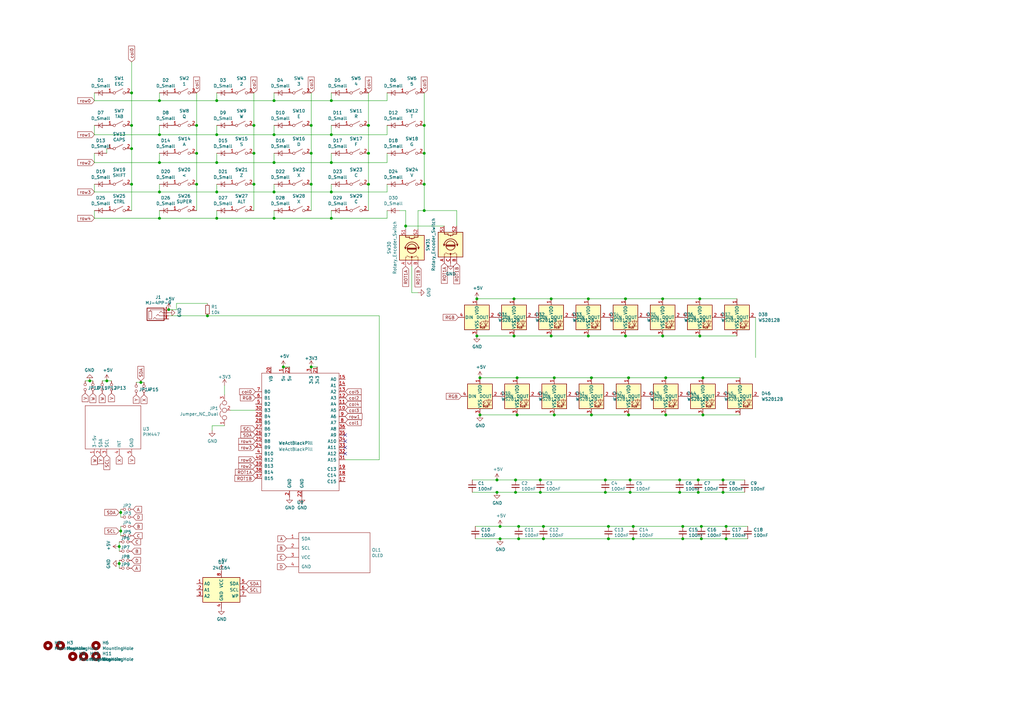
<source format=kicad_sch>
(kicad_sch (version 20210406) (generator eeschema)
  (paper "A3")
  (title_block (title "Stoutgat") (date "2020-07-26") (rev "0.2") (company "TKW"))
  (junction (at 36.83 156.21) (diameter 1.016))
  (junction (at 43.815 156.21) (diameter 1.016))
  (junction (at 48.895 224.155) (diameter 1.016))
  (junction (at 48.895 231.14) (diameter 1.016))
  (junction (at 49.53 210.185) (diameter 1.016))
  (junction (at 49.53 217.805) (diameter 1.016))
  (junction (at 53.975 38.1) (diameter 1.016))
  (junction (at 53.975 51.435) (diameter 1.016))
  (junction (at 53.975 60.96) (diameter 1.016))
  (junction (at 53.975 75.565) (diameter 1.016))
  (junction (at 57.785 156.845) (diameter 1.016))
  (junction (at 65.405 41.275) (diameter 1.016))
  (junction (at 65.405 55.245) (diameter 1.016))
  (junction (at 65.405 66.675) (diameter 1.016))
  (junction (at 65.405 78.74) (diameter 1.016))
  (junction (at 65.405 89.535) (diameter 1.016))
  (junction (at 69.215 127) (diameter 1.016))
  (junction (at 80.645 51.435) (diameter 1.016))
  (junction (at 80.645 62.865) (diameter 1.016))
  (junction (at 80.645 75.565) (diameter 1.016))
  (junction (at 85.09 129.54) (diameter 1.016))
  (junction (at 88.9 41.275) (diameter 1.016))
  (junction (at 88.9 55.245) (diameter 1.016))
  (junction (at 88.9 66.675) (diameter 1.016))
  (junction (at 88.9 78.74) (diameter 1.016))
  (junction (at 88.9 89.535) (diameter 1.016))
  (junction (at 104.14 51.435) (diameter 1.016))
  (junction (at 104.14 62.865) (diameter 1.016))
  (junction (at 104.14 75.565) (diameter 1.016))
  (junction (at 112.395 41.275) (diameter 1.016))
  (junction (at 112.395 55.245) (diameter 1.016))
  (junction (at 112.395 66.675) (diameter 1.016))
  (junction (at 112.395 78.74) (diameter 1.016))
  (junction (at 112.395 89.535) (diameter 1.016))
  (junction (at 116.205 150.495) (diameter 1.016))
  (junction (at 127.635 51.435) (diameter 1.016))
  (junction (at 127.635 62.865) (diameter 1.016))
  (junction (at 127.635 75.565) (diameter 1.016))
  (junction (at 127.635 150.495) (diameter 1.016))
  (junction (at 135.89 41.275) (diameter 1.016))
  (junction (at 135.89 55.245) (diameter 1.016))
  (junction (at 135.89 66.675) (diameter 1.016))
  (junction (at 135.89 78.74) (diameter 1.016))
  (junction (at 135.89 89.535) (diameter 1.016))
  (junction (at 151.13 51.435) (diameter 1.016))
  (junction (at 151.13 62.865) (diameter 1.016))
  (junction (at 151.13 75.565) (diameter 1.016))
  (junction (at 166.37 92.71) (diameter 1.016))
  (junction (at 173.99 51.435) (diameter 1.016))
  (junction (at 173.99 62.865) (diameter 1.016))
  (junction (at 173.99 75.565) (diameter 1.016))
  (junction (at 173.99 86.36) (diameter 1.016))
  (junction (at 195.58 122.555) (diameter 1.016))
  (junction (at 195.58 137.795) (diameter 1.016))
  (junction (at 196.85 154.94) (diameter 1.016))
  (junction (at 196.85 170.18) (diameter 1.016))
  (junction (at 203.835 196.85) (diameter 1.016))
  (junction (at 203.835 201.93) (diameter 1.016))
  (junction (at 205.105 215.9) (diameter 1.016))
  (junction (at 205.105 220.98) (diameter 1.016))
  (junction (at 210.82 122.555) (diameter 1.016))
  (junction (at 210.82 137.795) (diameter 1.016))
  (junction (at 211.455 196.85) (diameter 1.016))
  (junction (at 211.455 201.93) (diameter 1.016))
  (junction (at 212.09 154.94) (diameter 1.016))
  (junction (at 212.09 170.18) (diameter 1.016))
  (junction (at 212.725 215.9) (diameter 1.016))
  (junction (at 212.725 220.98) (diameter 1.016))
  (junction (at 221.615 196.85) (diameter 1.016))
  (junction (at 221.615 201.93) (diameter 1.016))
  (junction (at 222.885 215.9) (diameter 1.016))
  (junction (at 222.885 220.98) (diameter 1.016))
  (junction (at 226.06 122.555) (diameter 1.016))
  (junction (at 226.06 137.795) (diameter 1.016))
  (junction (at 227.33 154.94) (diameter 1.016))
  (junction (at 227.33 170.18) (diameter 1.016))
  (junction (at 241.3 122.555) (diameter 1.016))
  (junction (at 241.3 137.795) (diameter 1.016))
  (junction (at 242.57 154.94) (diameter 1.016))
  (junction (at 242.57 170.18) (diameter 1.016))
  (junction (at 248.285 196.85) (diameter 1.016))
  (junction (at 248.285 201.93) (diameter 1.016))
  (junction (at 249.555 215.9) (diameter 1.016))
  (junction (at 249.555 220.98) (diameter 1.016))
  (junction (at 256.54 122.555) (diameter 1.016))
  (junction (at 256.54 137.795) (diameter 1.016))
  (junction (at 257.81 154.94) (diameter 1.016))
  (junction (at 257.81 170.18) (diameter 1.016))
  (junction (at 258.445 196.85) (diameter 1.016))
  (junction (at 258.445 201.93) (diameter 1.016))
  (junction (at 259.715 215.9) (diameter 1.016))
  (junction (at 259.715 220.98) (diameter 1.016))
  (junction (at 271.78 122.555) (diameter 1.016))
  (junction (at 271.78 137.795) (diameter 1.016))
  (junction (at 273.05 154.94) (diameter 1.016))
  (junction (at 273.05 170.18) (diameter 1.016))
  (junction (at 278.765 196.85) (diameter 1.016))
  (junction (at 278.765 201.93) (diameter 1.016))
  (junction (at 280.035 215.9) (diameter 1.016))
  (junction (at 280.035 220.98) (diameter 1.016))
  (junction (at 286.385 196.85) (diameter 1.016))
  (junction (at 286.385 201.93) (diameter 1.016))
  (junction (at 287.02 122.555) (diameter 1.016))
  (junction (at 287.02 137.795) (diameter 1.016))
  (junction (at 287.655 215.9) (diameter 1.016))
  (junction (at 287.655 220.98) (diameter 1.016))
  (junction (at 288.29 154.94) (diameter 1.016))
  (junction (at 288.29 170.18) (diameter 1.016))
  (junction (at 296.545 196.85) (diameter 1.016))
  (junction (at 296.545 201.93) (diameter 1.016))
  (junction (at 297.815 215.9) (diameter 1.016))
  (junction (at 297.815 220.98) (diameter 1.016))
  (no_connect (at 141.605 178.435))
  (no_connect (at 141.605 180.975))
  (no_connect (at 141.605 183.515))
  (no_connect (at 141.605 186.055))
  (wire (pts (xy 36.83 156.21) (xy 34.925 156.21)))
  (wire (pts (xy 38.1 156.21) (xy 36.83 156.21)))
  (wire (pts (xy 38.735 41.275) (xy 38.735 38.1)))
  (wire (pts (xy 38.735 51.435) (xy 38.735 55.245)))
  (wire (pts (xy 38.735 55.245) (xy 65.405 55.245)))
  (wire (pts (xy 38.735 66.675) (xy 38.735 62.865)))
  (wire (pts (xy 38.735 75.565) (xy 38.735 78.74)))
  (wire (pts (xy 38.735 78.74) (xy 65.405 78.74)))
  (wire (pts (xy 38.735 89.535) (xy 38.735 86.36)))
  (wire (pts (xy 43.815 60.96) (xy 43.815 62.865)))
  (wire (pts (xy 43.815 156.21) (xy 41.91 156.21)))
  (wire (pts (xy 45.72 156.21) (xy 43.815 156.21)))
  (wire (pts (xy 48.895 210.185) (xy 49.53 210.185)))
  (wire (pts (xy 48.895 217.805) (xy 49.53 217.805)))
  (wire (pts (xy 48.895 222.25) (xy 48.895 224.155)))
  (wire (pts (xy 48.895 224.155) (xy 48.895 226.06)))
  (wire (pts (xy 48.895 229.87) (xy 48.895 231.14)))
  (wire (pts (xy 48.895 231.14) (xy 48.895 233.045)))
  (wire (pts (xy 49.53 208.915) (xy 49.53 210.185)))
  (wire (pts (xy 49.53 210.185) (xy 49.53 212.09)))
  (wire (pts (xy 49.53 215.9) (xy 49.53 217.805)))
  (wire (pts (xy 49.53 217.805) (xy 49.53 219.71)))
  (wire (pts (xy 53.975 25.4) (xy 53.975 38.1)))
  (wire (pts (xy 53.975 51.435) (xy 53.975 38.1)))
  (wire (pts (xy 53.975 60.96) (xy 53.975 51.435)))
  (wire (pts (xy 53.975 60.96) (xy 53.975 75.565)))
  (wire (pts (xy 53.975 75.565) (xy 53.975 86.36)))
  (wire (pts (xy 57.785 156.21) (xy 57.785 156.845)))
  (wire (pts (xy 57.785 156.845) (xy 55.88 156.845)))
  (wire (pts (xy 59.055 156.845) (xy 57.785 156.845)))
  (wire (pts (xy 65.405 38.1) (xy 65.405 41.275)))
  (wire (pts (xy 65.405 41.275) (xy 38.735 41.275)))
  (wire (pts (xy 65.405 51.435) (xy 65.405 55.245)))
  (wire (pts (xy 65.405 55.245) (xy 88.9 55.245)))
  (wire (pts (xy 65.405 62.865) (xy 65.405 66.675)))
  (wire (pts (xy 65.405 66.675) (xy 38.735 66.675)))
  (wire (pts (xy 65.405 75.565) (xy 65.405 78.74)))
  (wire (pts (xy 65.405 78.74) (xy 88.9 78.74)))
  (wire (pts (xy 65.405 86.36) (xy 65.405 89.535)))
  (wire (pts (xy 65.405 89.535) (xy 38.735 89.535)))
  (wire (pts (xy 69.215 127) (xy 72.39 127)))
  (wire (pts (xy 69.215 129.54) (xy 85.09 129.54)))
  (wire (pts (xy 72.39 124.46) (xy 85.09 124.46)))
  (wire (pts (xy 72.39 127) (xy 72.39 124.46)))
  (wire (pts (xy 80.645 51.435) (xy 80.645 38.1)))
  (wire (pts (xy 80.645 62.865) (xy 80.645 51.435)))
  (wire (pts (xy 80.645 75.565) (xy 80.645 62.865)))
  (wire (pts (xy 80.645 86.36) (xy 80.645 75.565)))
  (wire (pts (xy 85.09 129.54) (xy 155.575 129.54)))
  (wire (pts (xy 86.995 174.625) (xy 86.995 176.53)))
  (wire (pts (xy 88.9 38.1) (xy 88.9 41.275)))
  (wire (pts (xy 88.9 41.275) (xy 65.405 41.275)))
  (wire (pts (xy 88.9 51.435) (xy 88.9 55.245)))
  (wire (pts (xy 88.9 55.245) (xy 112.395 55.245)))
  (wire (pts (xy 88.9 62.865) (xy 88.9 66.675)))
  (wire (pts (xy 88.9 66.675) (xy 65.405 66.675)))
  (wire (pts (xy 88.9 75.565) (xy 88.9 78.74)))
  (wire (pts (xy 88.9 78.74) (xy 112.395 78.74)))
  (wire (pts (xy 88.9 86.36) (xy 88.9 89.535)))
  (wire (pts (xy 88.9 89.535) (xy 65.405 89.535)))
  (wire (pts (xy 88.9 89.535) (xy 112.395 89.535)))
  (wire (pts (xy 92.075 158.115) (xy 92.075 161.925)))
  (wire (pts (xy 92.075 174.625) (xy 86.995 174.625)))
  (wire (pts (xy 94.615 168.275) (xy 104.775 168.275)))
  (wire (pts (xy 104.14 51.435) (xy 104.14 38.1)))
  (wire (pts (xy 104.14 62.865) (xy 104.14 51.435)))
  (wire (pts (xy 104.14 75.565) (xy 104.14 62.865)))
  (wire (pts (xy 104.14 86.36) (xy 104.14 75.565)))
  (wire (pts (xy 112.395 38.1) (xy 112.395 41.275)))
  (wire (pts (xy 112.395 41.275) (xy 88.9 41.275)))
  (wire (pts (xy 112.395 51.435) (xy 112.395 55.245)))
  (wire (pts (xy 112.395 55.245) (xy 135.89 55.245)))
  (wire (pts (xy 112.395 62.865) (xy 112.395 66.675)))
  (wire (pts (xy 112.395 66.675) (xy 88.9 66.675)))
  (wire (pts (xy 112.395 75.565) (xy 112.395 78.74)))
  (wire (pts (xy 112.395 78.74) (xy 135.89 78.74)))
  (wire (pts (xy 112.395 86.36) (xy 112.395 89.535)))
  (wire (pts (xy 112.395 89.535) (xy 135.89 89.535)))
  (wire (pts (xy 116.205 150.495) (xy 118.745 150.495)))
  (wire (pts (xy 127.635 38.1) (xy 127.635 51.435)))
  (wire (pts (xy 127.635 51.435) (xy 127.635 62.865)))
  (wire (pts (xy 127.635 62.865) (xy 127.635 75.565)))
  (wire (pts (xy 127.635 75.565) (xy 127.635 86.36)))
  (wire (pts (xy 127.635 150.495) (xy 130.175 150.495)))
  (wire (pts (xy 135.89 38.1) (xy 135.89 41.275)))
  (wire (pts (xy 135.89 41.275) (xy 112.395 41.275)))
  (wire (pts (xy 135.89 51.435) (xy 135.89 55.245)))
  (wire (pts (xy 135.89 55.245) (xy 158.75 55.245)))
  (wire (pts (xy 135.89 62.865) (xy 135.89 66.675)))
  (wire (pts (xy 135.89 66.675) (xy 112.395 66.675)))
  (wire (pts (xy 135.89 75.565) (xy 135.89 78.74)))
  (wire (pts (xy 135.89 78.74) (xy 158.75 78.74)))
  (wire (pts (xy 135.89 86.36) (xy 135.89 89.535)))
  (wire (pts (xy 135.89 89.535) (xy 158.75 89.535)))
  (wire (pts (xy 151.13 51.435) (xy 151.13 38.1)))
  (wire (pts (xy 151.13 62.865) (xy 151.13 51.435)))
  (wire (pts (xy 151.13 75.565) (xy 151.13 62.865)))
  (wire (pts (xy 151.13 75.565) (xy 151.13 86.36)))
  (wire (pts (xy 155.575 129.54) (xy 155.575 188.595)))
  (wire (pts (xy 155.575 188.595) (xy 141.605 188.595)))
  (wire (pts (xy 158.75 38.1) (xy 158.75 41.275)))
  (wire (pts (xy 158.75 41.275) (xy 135.89 41.275)))
  (wire (pts (xy 158.75 51.435) (xy 158.75 55.245)))
  (wire (pts (xy 158.75 62.865) (xy 158.75 66.675)))
  (wire (pts (xy 158.75 66.675) (xy 135.89 66.675)))
  (wire (pts (xy 158.75 75.565) (xy 158.75 78.74)))
  (wire (pts (xy 158.75 89.535) (xy 158.75 86.36)))
  (wire (pts (xy 166.37 86.36) (xy 163.83 86.36)))
  (wire (pts (xy 166.37 92.71) (xy 166.37 86.36)))
  (wire (pts (xy 166.37 92.71) (xy 182.245 92.71)))
  (wire (pts (xy 166.37 93.98) (xy 166.37 92.71)))
  (wire (pts (xy 168.91 109.22) (xy 168.91 120.015)))
  (wire (pts (xy 168.91 120.015) (xy 171.45 120.015)))
  (wire (pts (xy 171.45 86.36) (xy 173.99 86.36)))
  (wire (pts (xy 171.45 93.98) (xy 171.45 86.36)))
  (wire (pts (xy 173.99 38.1) (xy 173.99 51.435)))
  (wire (pts (xy 173.99 51.435) (xy 173.99 62.865)))
  (wire (pts (xy 173.99 62.865) (xy 173.99 75.565)))
  (wire (pts (xy 173.99 75.565) (xy 173.99 86.36)))
  (wire (pts (xy 187.325 86.36) (xy 173.99 86.36)))
  (wire (pts (xy 187.325 92.71) (xy 187.325 86.36)))
  (wire (pts (xy 193.675 196.85) (xy 203.835 196.85)))
  (wire (pts (xy 194.945 215.9) (xy 205.105 215.9)))
  (wire (pts (xy 195.58 122.555) (xy 210.82 122.555)))
  (wire (pts (xy 196.85 154.94) (xy 212.09 154.94)))
  (wire (pts (xy 203.835 196.85) (xy 211.455 196.85)))
  (wire (pts (xy 203.835 201.93) (xy 193.675 201.93)))
  (wire (pts (xy 205.105 215.9) (xy 212.725 215.9)))
  (wire (pts (xy 205.105 220.98) (xy 194.945 220.98)))
  (wire (pts (xy 210.82 122.555) (xy 226.06 122.555)))
  (wire (pts (xy 210.82 137.795) (xy 195.58 137.795)))
  (wire (pts (xy 211.455 196.85) (xy 221.615 196.85)))
  (wire (pts (xy 211.455 201.93) (xy 203.835 201.93)))
  (wire (pts (xy 212.09 154.94) (xy 227.33 154.94)))
  (wire (pts (xy 212.09 170.18) (xy 196.85 170.18)))
  (wire (pts (xy 212.725 215.9) (xy 222.885 215.9)))
  (wire (pts (xy 212.725 220.98) (xy 205.105 220.98)))
  (wire (pts (xy 221.615 196.85) (xy 248.285 196.85)))
  (wire (pts (xy 221.615 201.93) (xy 211.455 201.93)))
  (wire (pts (xy 221.615 201.93) (xy 248.285 201.93)))
  (wire (pts (xy 222.885 215.9) (xy 249.555 215.9)))
  (wire (pts (xy 222.885 220.98) (xy 212.725 220.98)))
  (wire (pts (xy 222.885 220.98) (xy 249.555 220.98)))
  (wire (pts (xy 226.06 122.555) (xy 241.3 122.555)))
  (wire (pts (xy 226.06 137.795) (xy 210.82 137.795)))
  (wire (pts (xy 227.33 154.94) (xy 242.57 154.94)))
  (wire (pts (xy 227.33 170.18) (xy 212.09 170.18)))
  (wire (pts (xy 241.3 122.555) (xy 256.54 122.555)))
  (wire (pts (xy 241.3 137.795) (xy 226.06 137.795)))
  (wire (pts (xy 242.57 154.94) (xy 257.81 154.94)))
  (wire (pts (xy 242.57 170.18) (xy 227.33 170.18)))
  (wire (pts (xy 248.285 196.85) (xy 258.445 196.85)))
  (wire (pts (xy 249.555 215.9) (xy 259.715 215.9)))
  (wire (pts (xy 256.54 122.555) (xy 271.78 122.555)))
  (wire (pts (xy 256.54 137.795) (xy 241.3 137.795)))
  (wire (pts (xy 257.81 154.94) (xy 273.05 154.94)))
  (wire (pts (xy 257.81 170.18) (xy 242.57 170.18)))
  (wire (pts (xy 258.445 196.85) (xy 278.765 196.85)))
  (wire (pts (xy 258.445 201.93) (xy 248.285 201.93)))
  (wire (pts (xy 258.445 201.93) (xy 278.765 201.93)))
  (wire (pts (xy 259.715 215.9) (xy 280.035 215.9)))
  (wire (pts (xy 259.715 220.98) (xy 249.555 220.98)))
  (wire (pts (xy 259.715 220.98) (xy 280.035 220.98)))
  (wire (pts (xy 271.78 122.555) (xy 287.02 122.555)))
  (wire (pts (xy 271.78 137.795) (xy 256.54 137.795)))
  (wire (pts (xy 273.05 154.94) (xy 288.29 154.94)))
  (wire (pts (xy 273.05 170.18) (xy 257.81 170.18)))
  (wire (pts (xy 278.765 196.85) (xy 286.385 196.85)))
  (wire (pts (xy 280.035 215.9) (xy 287.655 215.9)))
  (wire (pts (xy 286.385 196.85) (xy 296.545 196.85)))
  (wire (pts (xy 286.385 201.93) (xy 278.765 201.93)))
  (wire (pts (xy 287.02 122.555) (xy 302.26 122.555)))
  (wire (pts (xy 287.02 137.795) (xy 271.78 137.795)))
  (wire (pts (xy 287.655 215.9) (xy 297.815 215.9)))
  (wire (pts (xy 287.655 220.98) (xy 280.035 220.98)))
  (wire (pts (xy 288.29 154.94) (xy 303.53 154.94)))
  (wire (pts (xy 288.29 170.18) (xy 273.05 170.18)))
  (wire (pts (xy 296.545 196.85) (xy 305.435 196.85)))
  (wire (pts (xy 296.545 201.93) (xy 286.385 201.93)))
  (wire (pts (xy 297.815 215.9) (xy 306.705 215.9)))
  (wire (pts (xy 297.815 220.98) (xy 287.655 220.98)))
  (wire (pts (xy 302.26 137.795) (xy 287.02 137.795)))
  (wire (pts (xy 303.53 170.18) (xy 288.29 170.18)))
  (wire (pts (xy 305.435 201.93) (xy 296.545 201.93)))
  (wire (pts (xy 306.705 220.98) (xy 297.815 220.98)))
  (wire (pts (xy 309.88 146.685) (xy 309.88 130.175)))
  (global_label "V" (shape input) (at 34.925 161.29 270) (property "Intersheet References" "${INTERSHEET_REFS}" (effects hide)))
  (global_label "W" (shape input) (at 38.1 161.29 270) (property "Intersheet References" "${INTERSHEET_REFS}" (effects hide)))
  (global_label "row0" (shape input) (at 38.735 41.275 180) (property "Intersheet References" "${INTERSHEET_REFS}" (effects hide)))
  (global_label "row1" (shape input) (at 38.735 55.245 180) (property "Intersheet References" "${INTERSHEET_REFS}" (effects hide)))
  (global_label "row2" (shape input) (at 38.735 66.675 180) (property "Intersheet References" "${INTERSHEET_REFS}" (effects hide)))
  (global_label "row3" (shape input) (at 38.735 78.74 180) (property "Intersheet References" "${INTERSHEET_REFS}" (effects hide)))
  (global_label "row4" (shape input) (at 38.735 89.535 180) (property "Intersheet References" "${INTERSHEET_REFS}" (effects hide)))
  (global_label "W" (shape input) (at 38.735 186.69 270) (property "Intersheet References" "${INTERSHEET_REFS}" (effects hide)))
  (global_label "Y" (shape input) (at 41.275 186.69 270) (property "Intersheet References" "${INTERSHEET_REFS}" (effects hide)))
  (global_label "W" (shape input) (at 41.91 161.29 270) (property "Intersheet References" "${INTERSHEET_REFS}" (effects hide)))
  (global_label "SCL" (shape input) (at 43.815 186.69 270) (property "Intersheet References" "${INTERSHEET_REFS}" (effects hide)))
  (global_label "V" (shape input) (at 45.72 161.29 270) (property "Intersheet References" "${INTERSHEET_REFS}" (effects hide)))
  (global_label "X" (shape input) (at 48.895 186.69 270) (property "Intersheet References" "${INTERSHEET_REFS}" (effects hide)))
  (global_label "SDA" (shape input) (at 48.895 210.185 180) (property "Intersheet References" "${INTERSHEET_REFS}" (effects hide)))
  (global_label "SCL" (shape input) (at 48.895 217.805 180) (property "Intersheet References" "${INTERSHEET_REFS}" (effects hide)))
  (global_label "col0" (shape input) (at 53.975 25.4 90) (property "Intersheet References" "${INTERSHEET_REFS}" (effects hide)))
  (global_label "V" (shape input) (at 53.975 186.69 270) (property "Intersheet References" "${INTERSHEET_REFS}" (effects hide)))
  (global_label "C" (shape input) (at 53.975 222.25 0) (property "Intersheet References" "${INTERSHEET_REFS}" (effects hide)))
  (global_label "B" (shape input) (at 53.975 226.06 0) (property "Intersheet References" "${INTERSHEET_REFS}" (effects hide)))
  (global_label "D" (shape input) (at 53.975 229.87 0) (property "Intersheet References" "${INTERSHEET_REFS}" (effects hide)))
  (global_label "A" (shape input) (at 53.975 233.045 0) (property "Intersheet References" "${INTERSHEET_REFS}" (effects hide)))
  (global_label "A" (shape input) (at 54.61 208.915 0) (property "Intersheet References" "${INTERSHEET_REFS}" (effects hide)))
  (global_label "D" (shape input) (at 54.61 212.09 0) (property "Intersheet References" "${INTERSHEET_REFS}" (effects hide)))
  (global_label "B" (shape input) (at 54.61 215.9 0) (property "Intersheet References" "${INTERSHEET_REFS}" (effects hide)))
  (global_label "C" (shape input) (at 54.61 219.71 0) (property "Intersheet References" "${INTERSHEET_REFS}" (effects hide)))
  (global_label "Y" (shape input) (at 55.88 161.925 270) (property "Intersheet References" "${INTERSHEET_REFS}" (effects hide)))
  (global_label "SDA" (shape input) (at 57.785 156.21 90) (property "Intersheet References" "${INTERSHEET_REFS}" (effects hide)))
  (global_label "X" (shape input) (at 59.055 161.925 270) (property "Intersheet References" "${INTERSHEET_REFS}" (effects hide)))
  (global_label "col1" (shape input) (at 80.645 38.1 90) (property "Intersheet References" "${INTERSHEET_REFS}" (effects hide)))
  (global_label "SDA" (shape input) (at 100.965 239.395 0) (property "Intersheet References" "${INTERSHEET_REFS}" (effects hide)))
  (global_label "SCL" (shape input) (at 100.965 241.935 0) (property "Intersheet References" "${INTERSHEET_REFS}" (effects hide)))
  (global_label "col2" (shape input) (at 104.14 38.1 90) (property "Intersheet References" "${INTERSHEET_REFS}" (effects hide)))
  (global_label "col0" (shape input) (at 104.775 160.655 180) (property "Intersheet References" "${INTERSHEET_REFS}" (effects hide)))
  (global_label "RGB" (shape input) (at 104.775 163.195 180) (property "Intersheet References" "${INTERSHEET_REFS}" (effects hide)))
  (global_label "SCL" (shape input) (at 104.775 175.895 180) (property "Intersheet References" "${INTERSHEET_REFS}" (effects hide)))
  (global_label "SDA" (shape input) (at 104.775 178.435 180) (property "Intersheet References" "${INTERSHEET_REFS}" (effects hide)))
  (global_label "row4" (shape input) (at 104.775 180.975 180) (property "Intersheet References" "${INTERSHEET_REFS}" (effects hide)))
  (global_label "row3" (shape input) (at 104.775 183.515 180) (property "Intersheet References" "${INTERSHEET_REFS}" (effects hide)))
  (global_label "row0" (shape input) (at 104.775 188.595 180) (property "Intersheet References" "${INTERSHEET_REFS}" (effects hide)))
  (global_label "row2" (shape input) (at 104.775 191.135 180) (property "Intersheet References" "${INTERSHEET_REFS}" (effects hide)))
  (global_label "ROT1A" (shape input) (at 104.775 193.675 180) (property "Intersheet References" "${INTERSHEET_REFS}" (effects hide)))
  (global_label "ROT1B" (shape input) (at 104.775 196.215 180) (property "Intersheet References" "${INTERSHEET_REFS}" (effects hide)))
  (global_label "A" (shape input) (at 117.475 220.98 180) (property "Intersheet References" "${INTERSHEET_REFS}" (effects hide)))
  (global_label "B" (shape input) (at 117.475 224.79 180) (property "Intersheet References" "${INTERSHEET_REFS}" (effects hide)))
  (global_label "C" (shape input) (at 117.475 228.6 180) (property "Intersheet References" "${INTERSHEET_REFS}" (effects hide)))
  (global_label "D" (shape input) (at 117.475 232.41 180) (property "Intersheet References" "${INTERSHEET_REFS}" (effects hide)))
  (global_label "col3" (shape input) (at 127.635 38.1 90) (property "Intersheet References" "${INTERSHEET_REFS}" (effects hide)))
  (global_label "col5" (shape input) (at 141.605 160.655 0) (property "Intersheet References" "${INTERSHEET_REFS}" (effects hide)))
  (global_label "col2" (shape input) (at 141.605 163.195 0) (property "Intersheet References" "${INTERSHEET_REFS}" (effects hide)))
  (global_label "col4" (shape input) (at 141.605 165.735 0) (property "Intersheet References" "${INTERSHEET_REFS}" (effects hide)))
  (global_label "col3" (shape input) (at 141.605 168.275 0) (property "Intersheet References" "${INTERSHEET_REFS}" (effects hide)))
  (global_label "row1" (shape input) (at 141.605 170.815 0) (property "Intersheet References" "${INTERSHEET_REFS}" (effects hide)))
  (global_label "col1" (shape input) (at 141.605 173.355 0) (property "Intersheet References" "${INTERSHEET_REFS}" (effects hide)))
  (global_label "col4" (shape input) (at 151.13 38.1 90) (property "Intersheet References" "${INTERSHEET_REFS}" (effects hide)))
  (global_label "ROT1A" (shape input) (at 166.37 109.22 270) (property "Intersheet References" "${INTERSHEET_REFS}" (effects hide)))
  (global_label "ROT1B" (shape input) (at 171.45 109.22 270) (property "Intersheet References" "${INTERSHEET_REFS}" (effects hide)))
  (global_label "col5" (shape input) (at 173.99 38.1 90) (property "Intersheet References" "${INTERSHEET_REFS}" (effects hide)))
  (global_label "ROT1A" (shape input) (at 182.245 107.95 270) (property "Intersheet References" "${INTERSHEET_REFS}" (effects hide)))
  (global_label "ROT1B" (shape input) (at 187.325 107.95 270) (property "Intersheet References" "${INTERSHEET_REFS}" (effects hide)))
  (global_label "RGB" (shape input) (at 187.96 130.175 180) (property "Intersheet References" "${INTERSHEET_REFS}" (effects hide)))
  (global_label "RGB" (shape input) (at 189.23 162.56 180) (property "Intersheet References" "${INTERSHEET_REFS}" (effects hide)))
  (symbol (lib_id "power:+5V") (at 43.815 156.21 0) (unit 1)
    (property "Reference" "#PWR0109" (effects hide))
    (property "Value" "+5V" (at 44.196 151.8158 0))
  )
  (symbol (lib_id "power:+5V") (at 48.895 224.155 90) (unit 1)
    (property "Reference" "#PWR0101" (effects hide))
    (property "Value" "+5V" (at 44.5008 223.774 0))
  )
  (symbol (lib_id "power:+5V") (at 69.215 127 0) (unit 1)
    (property "Reference" "#PWR0103" (effects hide))
    (property "Value" "+5V" (at 69.596 122.6058 0))
  )
  (symbol (lib_id "power:+5V") (at 90.805 234.315 0) (unit 1)
    (property "Reference" "#PWR0107" (effects hide))
    (property "Value" "+5V" (at 91.186 229.9208 0))
  )
  (symbol (lib_id "power:+3V3") (at 92.075 158.115 0) (unit 1)
    (property "Reference" "#PWR010" (effects hide))
    (property "Value" "+3V3" (at 92.075 154.5676 0))
  )
  (symbol (lib_id "power:+5V") (at 116.205 150.495 0) (unit 1)
    (property "Reference" "#PWR04" (effects hide))
    (property "Value" "+5V" (at 116.586 146.1008 0))
  )
  (symbol (lib_id "power:+3V3") (at 127.635 150.495 0) (unit 1)
    (property "Reference" "#PWR09" (effects hide))
    (property "Value" "+3V3" (at 127.635 146.9476 0))
  )
  (symbol (lib_id "power:+5V") (at 195.58 122.555 0) (unit 1)
    (property "Reference" "#PWR02" (effects hide))
    (property "Value" "+5V" (at 195.961 118.1608 0))
  )
  (symbol (lib_id "power:+5V") (at 196.85 154.94 0) (unit 1)
    (property "Reference" "#PWR0105" (effects hide))
    (property "Value" "+5V" (at 197.231 150.5458 0))
  )
  (symbol (lib_id "power:+5V") (at 203.835 196.85 0) (unit 1)
    (property "Reference" "#PWR05" (effects hide))
    (property "Value" "+5V" (at 204.216 192.4558 0))
  )
  (symbol (lib_id "power:+5V") (at 205.105 215.9 0) (unit 1)
    (property "Reference" "#PWR012" (effects hide))
    (property "Value" "+5V" (at 205.486 211.5058 0))
  )
  (symbol (lib_id "Device:Jumper_NO_Small") (at 34.925 158.75 90) (unit 1)
    (property "Reference" "JP10" (at 36.0681 159.1385 90) (effects (justify right)))
    (property "Value" "Jumper_NO_Small" (effects hide))
    (property "Footprint" "Jumper:SolderJumper-2_P1.3mm_Open_Pad1.0x1.5mm" (effects hide))
  )
  (symbol (lib_id "Device:Jumper_NO_Small") (at 38.1 158.75 90) (unit 1)
    (property "Reference" "JP11" (at 39.2431 159.1385 90) (effects (justify right)))
    (property "Value" "Jumper_NO_Small" (effects hide))
    (property "Footprint" "Jumper:SolderJumper-2_P1.3mm_Open_Pad1.0x1.5mm" (effects hide))
  )
  (symbol (lib_id "Device:Jumper_NO_Small") (at 41.91 158.75 90) (unit 1)
    (property "Reference" "JP12" (at 43.0531 159.1385 90) (effects (justify right)))
    (property "Value" "Jumper_NO_Small" (effects hide))
    (property "Footprint" "Jumper:SolderJumper-2_P1.3mm_Open_Pad1.0x1.5mm" (effects hide))
  )
  (symbol (lib_id "Device:Jumper_NO_Small") (at 45.72 158.75 90) (unit 1)
    (property "Reference" "JP13" (at 46.8631 159.1385 90) (effects (justify right)))
    (property "Value" "Jumper_NO_Small" (effects hide))
    (property "Footprint" "Jumper:SolderJumper-2_P1.3mm_Open_Pad1.0x1.5mm" (effects hide))
  )
  (symbol (lib_id "Device:Jumper_NO_Small") (at 51.435 222.25 0) (unit 1)
    (property "Reference" "JP6" (at 51.435 220.7346 0))
    (property "Value" "Jumper_NO_Small" (effects hide))
    (property "Footprint" "Jumper:SolderJumper-2_P1.3mm_Open_Pad1.0x1.5mm" (effects hide))
  )
  (symbol (lib_id "Device:Jumper_NO_Small") (at 51.435 226.06 0) (unit 1)
    (property "Reference" "JP7" (at 51.435 224.5446 0))
    (property "Value" "Jumper_NO_Small" (effects hide))
    (property "Footprint" "Jumper:SolderJumper-2_P1.3mm_Open_Pad1.0x1.5mm" (effects hide))
  )
  (symbol (lib_id "Device:Jumper_NO_Small") (at 51.435 229.87 0) (unit 1)
    (property "Reference" "JP8" (at 51.435 228.3546 0))
    (property "Value" "Jumper_NO_Small" (effects hide))
    (property "Footprint" "Jumper:SolderJumper-2_P1.3mm_Open_Pad1.0x1.5mm" (effects hide))
  )
  (symbol (lib_id "Device:Jumper_NO_Small") (at 51.435 233.045 0) (unit 1)
    (property "Reference" "JP9" (at 51.435 231.5296 0))
    (property "Value" "Jumper_NO_Small" (effects hide))
    (property "Footprint" "Jumper:SolderJumper-2_P1.3mm_Open_Pad1.0x1.5mm" (effects hide))
  )
  (symbol (lib_id "Device:Jumper_NO_Small") (at 52.07 208.915 0) (unit 1)
    (property "Reference" "JP2" (at 52.07 207.3996 0))
    (property "Value" "Jumper_NO_Small" (effects hide))
    (property "Footprint" "Jumper:SolderJumper-2_P1.3mm_Open_Pad1.0x1.5mm" (effects hide))
  )
  (symbol (lib_id "Device:Jumper_NO_Small") (at 52.07 212.09 0) (unit 1)
    (property "Reference" "JP3" (at 52.07 210.5746 0))
    (property "Value" "Jumper_NO_Small" (effects hide))
    (property "Footprint" "Jumper:SolderJumper-2_P1.3mm_Open_Pad1.0x1.5mm" (effects hide))
  )
  (symbol (lib_id "Device:Jumper_NO_Small") (at 52.07 215.9 0) (unit 1)
    (property "Reference" "JP4" (at 52.07 214.3846 0))
    (property "Value" "Jumper_NO_Small" (effects hide))
    (property "Footprint" "Jumper:SolderJumper-2_P1.3mm_Open_Pad1.0x1.5mm" (effects hide))
  )
  (symbol (lib_id "Device:Jumper_NO_Small") (at 52.07 219.71 0) (unit 1)
    (property "Reference" "JP5" (at 52.07 218.1946 0))
    (property "Value" "Jumper_NO_Small" (effects hide))
    (property "Footprint" "Jumper:SolderJumper-2_P1.3mm_Open_Pad1.0x1.5mm" (effects hide))
  )
  (symbol (lib_id "Device:Jumper_NO_Small") (at 55.88 159.385 90) (unit 1)
    (property "Reference" "JP14" (at 57.0231 159.7735 90) (effects (justify right)))
    (property "Value" "Jumper_NO_Small" (effects hide))
    (property "Footprint" "Jumper:SolderJumper-2_P1.3mm_Open_Pad1.0x1.5mm" (effects hide))
  )
  (symbol (lib_id "Device:Jumper_NO_Small") (at 59.055 159.385 90) (unit 1)
    (property "Reference" "JP15" (at 60.1981 159.7735 90) (effects (justify right)))
    (property "Value" "Jumper_NO_Small" (effects hide))
    (property "Footprint" "Jumper:SolderJumper-2_P1.3mm_Open_Pad1.0x1.5mm" (effects hide))
  )
  (symbol (lib_id "power:GND") (at 36.83 156.21 180) (unit 1)
    (property "Reference" "#PWR0110" (effects hide))
    (property "Value" "GND" (at 36.703 151.8158 0))
  )
  (symbol (lib_id "power:GND") (at 48.895 231.14 270) (unit 1)
    (property "Reference" "#PWR0102" (effects hide))
    (property "Value" "GND" (at 44.5008 231.267 0))
  )
  (symbol (lib_id "power:GND") (at 69.215 128.27 90) (unit 1)
    (property "Reference" "#PWR0104" (effects hide))
    (property "Value" "GND" (at 73.6092 128.143 0))
  )
  (symbol (lib_id "power:GND") (at 86.995 176.53 0) (unit 1)
    (property "Reference" "#PWR011" (effects hide))
    (property "Value" "GND" (at 87.122 180.9242 0))
  )
  (symbol (lib_id "power:GND") (at 90.805 249.555 0) (unit 1)
    (property "Reference" "#PWR0108" (effects hide))
    (property "Value" "GND" (at 90.932 253.9492 0))
  )
  (symbol (lib_id "power:GND") (at 118.745 203.835 0) (unit 1)
    (property "Reference" "#PWR07" (effects hide))
    (property "Value" "GND" (at 118.872 208.2292 0))
  )
  (symbol (lib_id "power:GND") (at 123.825 203.835 0) (unit 1)
    (property "Reference" "#PWR08" (effects hide))
    (property "Value" "GND" (at 123.952 208.2292 0))
  )
  (symbol (lib_id "power:GND") (at 171.45 120.015 90) (unit 1)
    (property "Reference" "#PWR01" (effects hide))
    (property "Value" "GND" (at 175.8442 119.888 0))
  )
  (symbol (lib_id "power:GND") (at 184.785 107.95 0) (unit 1)
    (property "Reference" "#PWR0111" (effects hide))
    (property "Value" "GND" (at 184.912 112.3442 0))
  )
  (symbol (lib_id "power:GND") (at 195.58 137.795 0) (unit 1)
    (property "Reference" "#PWR03" (effects hide))
    (property "Value" "GND" (at 195.707 142.1892 0))
  )
  (symbol (lib_id "power:GND") (at 196.85 170.18 0) (unit 1)
    (property "Reference" "#PWR0106" (effects hide))
    (property "Value" "GND" (at 196.977 174.5742 0))
  )
  (symbol (lib_id "power:GND") (at 203.835 201.93 0) (unit 1)
    (property "Reference" "#PWR06" (effects hide))
    (property "Value" "GND" (at 203.962 206.3242 0))
  )
  (symbol (lib_id "power:GND") (at 205.105 220.98 0) (unit 1)
    (property "Reference" "#PWR013" (effects hide))
    (property "Value" "GND" (at 205.232 225.3742 0))
  )
  (symbol (lib_id "Device:R_Small") (at 85.09 127 0) (unit 1)
    (property "Reference" "R1" (at 86.5886 125.8316 0) (effects (justify left)))
    (property "Value" "10k" (at 86.5886 128.143 0) (effects (justify left)))
    (property "Footprint" "Resistor_THT:R_Axial_DIN0204_L3.6mm_D1.6mm_P5.08mm_Horizontal" (effects hide))
  )
  (symbol (lib_id "Device:D_Small") (at 41.275 38.1 0) (unit 1)
    (property "Reference" "D1" (at 41.275 32.893 0))
    (property "Value" "D_Small" (at 41.275 35.2044 0))
    (property "Footprint" "Diode_THT:D_DO-34_SOD68_P7.62mm_Horizontal" (effects hide))
  )
  (symbol (lib_id "Device:D_Small") (at 41.275 51.435 0) (unit 1)
    (property "Reference" "D7" (at 41.275 46.228 0))
    (property "Value" "D_Small" (at 41.275 48.5394 0))
    (property "Footprint" "Diode_THT:D_DO-34_SOD68_P7.62mm_Horizontal" (effects hide))
  )
  (symbol (lib_id "Device:D_Small") (at 41.275 62.865 0) (unit 1)
    (property "Reference" "D13" (at 41.275 57.658 0))
    (property "Value" "D_Small" (at 41.275 59.9694 0))
    (property "Footprint" "Diode_THT:D_DO-34_SOD68_P7.62mm_Horizontal" (effects hide))
  )
  (symbol (lib_id "Device:D_Small") (at 41.275 75.565 0) (unit 1)
    (property "Reference" "D19" (at 41.275 70.358 0))
    (property "Value" "D_Small" (at 41.275 72.6694 0))
    (property "Footprint" "Diode_THT:D_DO-34_SOD68_P7.62mm_Horizontal" (effects hide))
  )
  (symbol (lib_id "Device:D_Small") (at 41.275 86.36 0) (unit 1)
    (property "Reference" "D25" (at 41.275 81.153 0))
    (property "Value" "D_Small" (at 41.275 83.4644 0))
    (property "Footprint" "Diode_THT:D_DO-34_SOD68_P7.62mm_Horizontal" (effects hide))
  )
  (symbol (lib_id "Device:D_Small") (at 67.945 38.1 0) (unit 1)
    (property "Reference" "D2" (at 67.945 32.893 0))
    (property "Value" "D_Small" (at 67.945 35.2044 0))
    (property "Footprint" "Diode_THT:D_DO-34_SOD68_P7.62mm_Horizontal" (effects hide))
  )
  (symbol (lib_id "Device:D_Small") (at 67.945 51.435 0) (unit 1)
    (property "Reference" "D8" (at 67.945 46.228 0))
    (property "Value" "D_Small" (at 67.945 48.5394 0))
    (property "Footprint" "Diode_THT:D_DO-34_SOD68_P7.62mm_Horizontal" (effects hide))
  )
  (symbol (lib_id "Device:D_Small") (at 67.945 62.865 0) (unit 1)
    (property "Reference" "D14" (at 67.945 57.658 0))
    (property "Value" "D_Small" (at 67.945 59.9694 0))
    (property "Footprint" "Diode_THT:D_DO-34_SOD68_P7.62mm_Horizontal" (effects hide))
  )
  (symbol (lib_id "Device:D_Small") (at 67.945 75.565 0) (unit 1)
    (property "Reference" "D20" (at 67.945 70.358 0))
    (property "Value" "D_Small" (at 67.945 72.6694 0))
    (property "Footprint" "Diode_THT:D_DO-34_SOD68_P7.62mm_Horizontal" (effects hide))
  )
  (symbol (lib_id "Device:D_Small") (at 67.945 86.36 0) (unit 1)
    (property "Reference" "D26" (at 67.945 81.153 0))
    (property "Value" "D_Small" (at 67.945 83.4644 0))
    (property "Footprint" "Diode_THT:D_DO-34_SOD68_P7.62mm_Horizontal" (effects hide))
  )
  (symbol (lib_id "Device:D_Small") (at 91.44 38.1 0) (unit 1)
    (property "Reference" "D3" (at 91.44 32.893 0))
    (property "Value" "D_Small" (at 91.44 35.2044 0))
    (property "Footprint" "Diode_THT:D_DO-34_SOD68_P7.62mm_Horizontal" (effects hide))
  )
  (symbol (lib_id "Device:D_Small") (at 91.44 51.435 0) (unit 1)
    (property "Reference" "D9" (at 91.44 46.228 0))
    (property "Value" "D_Small" (at 91.44 48.5394 0))
    (property "Footprint" "Diode_THT:D_DO-34_SOD68_P7.62mm_Horizontal" (effects hide))
  )
  (symbol (lib_id "Device:D_Small") (at 91.44 62.865 0) (unit 1)
    (property "Reference" "D15" (at 91.44 57.658 0))
    (property "Value" "D_Small" (at 91.44 59.9694 0))
    (property "Footprint" "Diode_THT:D_DO-34_SOD68_P7.62mm_Horizontal" (effects hide))
  )
  (symbol (lib_id "Device:D_Small") (at 91.44 75.565 0) (unit 1)
    (property "Reference" "D21" (at 91.44 70.358 0))
    (property "Value" "D_Small" (at 91.44 72.6694 0))
    (property "Footprint" "Diode_THT:D_DO-34_SOD68_P7.62mm_Horizontal" (effects hide))
  )
  (symbol (lib_id "Device:D_Small") (at 91.44 86.36 0) (unit 1)
    (property "Reference" "D27" (at 91.44 81.153 0))
    (property "Value" "D_Small" (at 91.44 83.4644 0))
    (property "Footprint" "Diode_THT:D_DO-34_SOD68_P7.62mm_Horizontal" (effects hide))
  )
  (symbol (lib_id "Device:D_Small") (at 114.935 38.1 0) (unit 1)
    (property "Reference" "D4" (at 114.935 32.893 0))
    (property "Value" "D_Small" (at 114.935 35.2044 0))
    (property "Footprint" "Diode_THT:D_DO-34_SOD68_P7.62mm_Horizontal" (effects hide))
  )
  (symbol (lib_id "Device:D_Small") (at 114.935 51.435 0) (unit 1)
    (property "Reference" "D10" (at 114.935 46.228 0))
    (property "Value" "D_Small" (at 114.935 48.5394 0))
    (property "Footprint" "Diode_THT:D_DO-34_SOD68_P7.62mm_Horizontal" (effects hide))
  )
  (symbol (lib_id "Device:D_Small") (at 114.935 62.865 0) (unit 1)
    (property "Reference" "D16" (at 114.935 57.658 0))
    (property "Value" "D_Small" (at 114.935 59.9694 0))
    (property "Footprint" "Diode_THT:D_DO-34_SOD68_P7.62mm_Horizontal" (effects hide))
  )
  (symbol (lib_id "Device:D_Small") (at 114.935 75.565 0) (unit 1)
    (property "Reference" "D22" (at 114.935 70.358 0))
    (property "Value" "D_Small" (at 114.935 72.6694 0))
    (property "Footprint" "Diode_THT:D_DO-34_SOD68_P7.62mm_Horizontal" (effects hide))
  )
  (symbol (lib_id "Device:D_Small") (at 114.935 86.36 0) (unit 1)
    (property "Reference" "D28" (at 114.935 81.153 0))
    (property "Value" "D_Small" (at 114.935 83.4644 0))
    (property "Footprint" "Diode_THT:D_DO-34_SOD68_P7.62mm_Horizontal" (effects hide))
  )
  (symbol (lib_id "Device:D_Small") (at 138.43 38.1 0) (unit 1)
    (property "Reference" "D5" (at 138.43 32.893 0))
    (property "Value" "D_Small" (at 138.43 35.2044 0))
    (property "Footprint" "Diode_THT:D_DO-34_SOD68_P7.62mm_Horizontal" (effects hide))
  )
  (symbol (lib_id "Device:D_Small") (at 138.43 51.435 0) (unit 1)
    (property "Reference" "D11" (at 138.43 46.228 0))
    (property "Value" "D_Small" (at 138.43 48.5394 0))
    (property "Footprint" "Diode_THT:D_DO-34_SOD68_P7.62mm_Horizontal" (effects hide))
  )
  (symbol (lib_id "Device:D_Small") (at 138.43 62.865 0) (unit 1)
    (property "Reference" "D17" (at 138.43 57.658 0))
    (property "Value" "D_Small" (at 138.43 59.9694 0))
    (property "Footprint" "Diode_THT:D_DO-34_SOD68_P7.62mm_Horizontal" (effects hide))
  )
  (symbol (lib_id "Device:D_Small") (at 138.43 75.565 0) (unit 1)
    (property "Reference" "D23" (at 138.43 70.358 0))
    (property "Value" "D_Small" (at 138.43 72.6694 0))
    (property "Footprint" "Diode_THT:D_DO-34_SOD68_P7.62mm_Horizontal" (effects hide))
  )
  (symbol (lib_id "Device:D_Small") (at 138.43 86.36 0) (unit 1)
    (property "Reference" "D29" (at 138.43 81.153 0))
    (property "Value" "D_Small" (at 138.43 83.4644 0))
    (property "Footprint" "Diode_THT:D_DO-34_SOD68_P7.62mm_Horizontal" (effects hide))
  )
  (symbol (lib_id "Device:D_Small") (at 161.29 38.1 0) (unit 1)
    (property "Reference" "D6" (at 161.29 32.893 0))
    (property "Value" "D_Small" (at 161.29 35.2044 0))
    (property "Footprint" "Diode_THT:D_DO-34_SOD68_P7.62mm_Horizontal" (effects hide))
  )
  (symbol (lib_id "Device:D_Small") (at 161.29 51.435 0) (unit 1)
    (property "Reference" "D12" (at 161.29 46.228 0))
    (property "Value" "D_Small" (at 161.29 48.5394 0))
    (property "Footprint" "Diode_THT:D_DO-34_SOD68_P7.62mm_Horizontal" (effects hide))
  )
  (symbol (lib_id "Device:D_Small") (at 161.29 62.865 0) (unit 1)
    (property "Reference" "D18" (at 161.29 57.658 0))
    (property "Value" "D_Small" (at 161.29 59.9694 0))
    (property "Footprint" "Diode_THT:D_DO-34_SOD68_P7.62mm_Horizontal" (effects hide))
  )
  (symbol (lib_id "Device:D_Small") (at 161.29 75.565 0) (unit 1)
    (property "Reference" "D24" (at 161.29 70.358 0))
    (property "Value" "D_Small" (at 161.29 72.6694 0))
    (property "Footprint" "Diode_THT:D_DO-34_SOD68_P7.62mm_Horizontal" (effects hide))
  )
  (symbol (lib_id "Device:D_Small") (at 161.29 86.36 0) (unit 1)
    (property "Reference" "D30" (at 161.29 81.153 0))
    (property "Value" "D_Small" (at 161.29 83.4644 0))
    (property "Footprint" "Diode_THT:D_DO-34_SOD68_P7.62mm_Horizontal" (effects hide))
  )
  (symbol (lib_id "Mechanical:MountingHole") (at 19.685 264.795 0) (unit 1)
    (property "Reference" "H2" (at 22.225 263.6266 0) (effects (justify left)))
    (property "Value" "MountingHole" (at 22.225 265.938 0) (effects (justify left)))
    (property "Footprint" "MountingHole:MountingHole_3.2mm_M3" (effects hide))
  )
  (symbol (lib_id "Mechanical:MountingHole") (at 24.765 264.795 0) (unit 1)
    (property "Reference" "H3" (at 27.305 263.6266 0) (effects (justify left)))
    (property "Value" "MountingHole" (at 27.305 265.938 0) (effects (justify left)))
    (property "Footprint" "MountingHole:MountingHole_3.2mm_M3" (effects hide))
  )
  (symbol (lib_id "Mechanical:MountingHole") (at 29.845 269.24 0) (unit 1)
    (property "Reference" "H9" (at 32.385 268.0716 0) (effects (justify left)))
    (property "Value" "MountingHole" (at 32.385 270.383 0) (effects (justify left)))
    (property "Footprint" "MountingHole:MountingHole_3.2mm_M3" (effects hide))
  )
  (symbol (lib_id "Mechanical:MountingHole") (at 34.29 269.24 0) (unit 1)
    (property "Reference" "H10" (at 36.83 268.0716 0) (effects (justify left)))
    (property "Value" "MountingHole" (at 36.83 270.383 0) (effects (justify left)))
    (property "Footprint" "MountingHole:MountingHole_3.2mm_M3" (effects hide))
  )
  (symbol (lib_id "Mechanical:MountingHole") (at 39.37 264.795 0) (unit 1)
    (property "Reference" "H6" (at 41.91 263.6266 0) (effects (justify left)))
    (property "Value" "MountingHole" (at 41.91 265.938 0) (effects (justify left)))
    (property "Footprint" "MountingHole:MountingHole_3.2mm_M3" (effects hide))
  )
  (symbol (lib_id "Mechanical:MountingHole") (at 39.37 269.24 0) (unit 1)
    (property "Reference" "H11" (at 41.91 268.0716 0) (effects (justify left)))
    (property "Value" "MountingHole" (at 41.91 270.383 0) (effects (justify left)))
    (property "Footprint" "MountingHole:MountingHole_3.2mm_M3" (effects hide))
  )
  (symbol (lib_id "Device:C_Small") (at 193.675 199.39 0) (unit 1)
    (property "Reference" "C1" (at 196.0118 198.2216 0) (effects (justify left)))
    (property "Value" "100nF" (at 196.0118 200.533 0) (effects (justify left)))
    (property "Footprint" "Capacitor_SMD:C_0805_2012Metric" (effects hide))
  )
  (symbol (lib_id "Device:C_Small") (at 194.945 218.44 0) (unit 1)
    (property "Reference" "C10" (at 197.2818 217.2716 0) (effects (justify left)))
    (property "Value" "100nF" (at 197.2818 219.583 0) (effects (justify left)))
    (property "Footprint" "Capacitor_SMD:C_0805_2012Metric" (effects hide))
  )
  (symbol (lib_id "Device:C_Small") (at 211.455 199.39 0) (unit 1)
    (property "Reference" "C2" (at 213.7918 198.2216 0) (effects (justify left)))
    (property "Value" "100nF" (at 213.7918 200.533 0) (effects (justify left)))
    (property "Footprint" "Capacitor_SMD:C_0805_2012Metric" (effects hide))
  )
  (symbol (lib_id "Device:C_Small") (at 212.725 218.44 0) (unit 1)
    (property "Reference" "C11" (at 215.0618 217.2716 0) (effects (justify left)))
    (property "Value" "100nF" (at 215.0618 219.583 0) (effects (justify left)))
    (property "Footprint" "Capacitor_SMD:C_0805_2012Metric" (effects hide))
  )
  (symbol (lib_id "Device:C_Small") (at 221.615 199.39 0) (unit 1)
    (property "Reference" "C3" (at 223.9518 198.2216 0) (effects (justify left)))
    (property "Value" "100nF" (at 223.9518 200.533 0) (effects (justify left)))
    (property "Footprint" "Capacitor_SMD:C_0805_2012Metric" (effects hide))
  )
  (symbol (lib_id "Device:C_Small") (at 222.885 218.44 0) (unit 1)
    (property "Reference" "C12" (at 225.2218 217.2716 0) (effects (justify left)))
    (property "Value" "100nF" (at 225.2218 219.583 0) (effects (justify left)))
    (property "Footprint" "Capacitor_SMD:C_0805_2012Metric" (effects hide))
  )
  (symbol (lib_id "Device:C_Small") (at 248.285 199.39 0) (unit 1)
    (property "Reference" "C4" (at 250.6218 198.2216 0) (effects (justify left)))
    (property "Value" "100nF" (at 250.6218 200.533 0) (effects (justify left)))
    (property "Footprint" "Capacitor_SMD:C_0805_2012Metric" (effects hide))
  )
  (symbol (lib_id "Device:C_Small") (at 249.555 218.44 0) (unit 1)
    (property "Reference" "C13" (at 251.8918 217.2716 0) (effects (justify left)))
    (property "Value" "100nF" (at 251.8918 219.583 0) (effects (justify left)))
    (property "Footprint" "Capacitor_SMD:C_0805_2012Metric" (effects hide))
  )
  (symbol (lib_id "Device:C_Small") (at 258.445 199.39 0) (unit 1)
    (property "Reference" "C5" (at 260.7818 198.2216 0) (effects (justify left)))
    (property "Value" "100nF" (at 260.7818 200.533 0) (effects (justify left)))
    (property "Footprint" "Capacitor_SMD:C_0805_2012Metric" (effects hide))
  )
  (symbol (lib_id "Device:C_Small") (at 259.715 218.44 0) (unit 1)
    (property "Reference" "C14" (at 262.0518 217.2716 0) (effects (justify left)))
    (property "Value" "100nF" (at 262.0518 219.583 0) (effects (justify left)))
    (property "Footprint" "Capacitor_SMD:C_0805_2012Metric" (effects hide))
  )
  (symbol (lib_id "Device:C_Small") (at 278.765 199.39 0) (unit 1)
    (property "Reference" "C6" (at 281.1018 198.2216 0) (effects (justify left)))
    (property "Value" "100nF" (at 281.1018 200.533 0) (effects (justify left)))
    (property "Footprint" "Capacitor_SMD:C_0805_2012Metric" (effects hide))
  )
  (symbol (lib_id "Device:C_Small") (at 280.035 218.44 0) (unit 1)
    (property "Reference" "C15" (at 282.3718 217.2716 0) (effects (justify left)))
    (property "Value" "100nF" (at 282.3718 219.583 0) (effects (justify left)))
    (property "Footprint" "Capacitor_SMD:C_0805_2012Metric" (effects hide))
  )
  (symbol (lib_id "Device:C_Small") (at 286.385 199.39 0) (unit 1)
    (property "Reference" "C7" (at 288.7218 198.2216 0) (effects (justify left)))
    (property "Value" "100nF" (at 288.7218 200.533 0) (effects (justify left)))
    (property "Footprint" "Capacitor_SMD:C_0805_2012Metric" (effects hide))
  )
  (symbol (lib_id "Device:C_Small") (at 287.655 218.44 0) (unit 1)
    (property "Reference" "C16" (at 289.9918 217.2716 0) (effects (justify left)))
    (property "Value" "100nF" (at 289.9918 219.583 0) (effects (justify left)))
    (property "Footprint" "Capacitor_SMD:C_0805_2012Metric" (effects hide))
  )
  (symbol (lib_id "Device:C_Small") (at 296.545 199.39 0) (unit 1)
    (property "Reference" "C8" (at 298.8818 198.2216 0) (effects (justify left)))
    (property "Value" "100nF" (at 298.8818 200.533 0) (effects (justify left)))
    (property "Footprint" "Capacitor_SMD:C_0805_2012Metric" (effects hide))
  )
  (symbol (lib_id "Device:C_Small") (at 297.815 218.44 0) (unit 1)
    (property "Reference" "C17" (at 300.1518 217.2716 0) (effects (justify left)))
    (property "Value" "100nF" (at 300.1518 219.583 0) (effects (justify left)))
    (property "Footprint" "Capacitor_SMD:C_0805_2012Metric" (effects hide))
  )
  (symbol (lib_id "Device:C_Small") (at 305.435 199.39 0) (unit 1)
    (property "Reference" "C9" (at 307.7718 198.2216 0) (effects (justify left)))
    (property "Value" "100nF" (at 307.7718 200.533 0) (effects (justify left)))
    (property "Footprint" "Capacitor_SMD:C_0805_2012Metric" (effects hide))
  )
  (symbol (lib_id "Device:C_Small") (at 306.705 218.44 0) (unit 1)
    (property "Reference" "C18" (at 309.0418 217.2716 0) (effects (justify left)))
    (property "Value" "100nF" (at 309.0418 219.583 0) (effects (justify left)))
    (property "Footprint" "Capacitor_SMD:C_0805_2012Metric" (effects hide))
  )
  (symbol (lib_id "Switch:SW_SPST") (at 48.895 38.1 0) (unit 1)
    (property "Reference" "SW1" (at 48.895 32.131 0))
    (property "Value" "ESC" (at 48.895 34.4424 0))
    (property "Footprint" "foostan:MX_ALPS_PG1350_noLed" (effects hide))
  )
  (symbol (lib_id "Switch:SW_SPST") (at 48.895 51.435 0) (unit 1)
    (property "Reference" "SW7" (at 48.895 45.466 0))
    (property "Value" "TAB" (at 48.895 47.7774 0))
    (property "Footprint" "foostan:MX_ALPS_PG1350_noLed" (effects hide))
  )
  (symbol (lib_id "Switch:SW_SPST") (at 48.895 60.96 0) (unit 1)
    (property "Reference" "SW13" (at 48.895 54.991 0))
    (property "Value" "CAPS" (at 48.895 57.3024 0))
    (property "Footprint" "foostan:MX_ALPS_PG1350_noLed" (effects hide))
  )
  (symbol (lib_id "Switch:SW_SPST") (at 48.895 75.565 0) (unit 1)
    (property "Reference" "SW19" (at 48.895 69.596 0))
    (property "Value" "SHIFT" (at 48.895 71.9074 0))
    (property "Footprint" "foostan:MX_ALPS_PG1350_noLed" (effects hide))
  )
  (symbol (lib_id "Switch:SW_SPST") (at 48.895 86.36 0) (unit 1)
    (property "Reference" "SW25" (at 48.895 80.391 0))
    (property "Value" "CTRL" (at 48.895 82.7024 0))
    (property "Footprint" "foostan:MX_ALPS_PG1350_noLed" (effects hide))
  )
  (symbol (lib_id "Switch:SW_SPST") (at 75.565 38.1 0) (unit 1)
    (property "Reference" "SW2" (at 75.565 32.131 0))
    (property "Value" "1" (at 75.565 34.4424 0))
    (property "Footprint" "foostan:MX_ALPS_PG1350_noLed" (effects hide))
  )
  (symbol (lib_id "Switch:SW_SPST") (at 75.565 51.435 0) (unit 1)
    (property "Reference" "SW8" (at 75.565 45.466 0))
    (property "Value" "Q" (at 75.565 47.7774 0))
    (property "Footprint" "foostan:MX_ALPS_PG1350_noLed" (effects hide))
  )
  (symbol (lib_id "Switch:SW_SPST") (at 75.565 62.865 0) (unit 1)
    (property "Reference" "SW14" (at 75.565 56.896 0))
    (property "Value" "A" (at 75.565 59.2074 0))
    (property "Footprint" "foostan:MX_ALPS_PG1350_noLed" (effects hide))
  )
  (symbol (lib_id "Switch:SW_SPST") (at 75.565 75.565 0) (unit 1)
    (property "Reference" "SW20" (at 75.565 69.596 0))
    (property "Value" "<" (at 75.565 71.9074 0))
    (property "Footprint" "foostan:MX_ALPS_PG1350_noLed" (effects hide))
  )
  (symbol (lib_id "Switch:SW_SPST") (at 75.565 86.36 0) (unit 1)
    (property "Reference" "SW26" (at 75.565 80.391 0))
    (property "Value" "SUPER" (at 75.565 82.7024 0))
    (property "Footprint" "foostan:MX_ALPS_PG1350_noLed" (effects hide))
  )
  (symbol (lib_id "Switch:SW_SPST") (at 99.06 38.1 0) (unit 1)
    (property "Reference" "SW3" (at 99.06 32.131 0))
    (property "Value" "2" (at 99.06 34.4424 0))
    (property "Footprint" "foostan:MX_ALPS_PG1350_noLed" (effects hide))
  )
  (symbol (lib_id "Switch:SW_SPST") (at 99.06 51.435 0) (unit 1)
    (property "Reference" "SW9" (at 99.06 45.466 0))
    (property "Value" "W" (at 99.06 47.7774 0))
    (property "Footprint" "foostan:MX_ALPS_PG1350_noLed" (effects hide))
  )
  (symbol (lib_id "Switch:SW_SPST") (at 99.06 62.865 0) (unit 1)
    (property "Reference" "SW15" (at 99.06 56.896 0))
    (property "Value" "S" (at 99.06 59.2074 0))
    (property "Footprint" "foostan:MX_ALPS_PG1350_noLed" (effects hide))
  )
  (symbol (lib_id "Switch:SW_SPST") (at 99.06 75.565 0) (unit 1)
    (property "Reference" "SW21" (at 99.06 69.596 0))
    (property "Value" "Z" (at 99.06 71.9074 0))
    (property "Footprint" "foostan:MX_ALPS_PG1350_noLed" (effects hide))
  )
  (symbol (lib_id "Switch:SW_SPST") (at 99.06 86.36 0) (unit 1)
    (property "Reference" "SW27" (at 99.06 80.391 0))
    (property "Value" "ALT" (at 99.06 82.7024 0))
    (property "Footprint" "foostan:MX_ALPS_PG1350_noLed" (effects hide))
  )
  (symbol (lib_id "Switch:SW_SPST") (at 122.555 38.1 0) (unit 1)
    (property "Reference" "SW4" (at 122.555 32.131 0))
    (property "Value" "3" (at 122.555 34.4424 0))
    (property "Footprint" "foostan:MX_ALPS_PG1350_noLed" (effects hide))
  )
  (symbol (lib_id "Switch:SW_SPST") (at 122.555 51.435 0) (unit 1)
    (property "Reference" "SW10" (at 122.555 45.466 0))
    (property "Value" "E" (at 122.555 47.7774 0))
    (property "Footprint" "foostan:MX_ALPS_PG1350_noLed" (effects hide))
  )
  (symbol (lib_id "Switch:SW_SPST") (at 122.555 62.865 0) (unit 1)
    (property "Reference" "SW16" (at 122.555 56.896 0))
    (property "Value" "D" (at 122.555 59.2074 0))
    (property "Footprint" "foostan:MX_ALPS_PG1350_noLed" (effects hide))
  )
  (symbol (lib_id "Switch:SW_SPST") (at 122.555 75.565 0) (unit 1)
    (property "Reference" "SW22" (at 122.555 69.596 0))
    (property "Value" "X" (at 122.555 71.9074 0))
    (property "Footprint" "foostan:MX_ALPS_PG1350_noLed" (effects hide))
  )
  (symbol (lib_id "Switch:SW_SPST") (at 122.555 86.36 0) (unit 1)
    (property "Reference" "SW28" (at 122.555 80.391 0))
    (property "Value" "X" (at 122.555 82.7024 0))
    (property "Footprint" "foostan:MX_ALPS_PG1350_noLed" (effects hide))
  )
  (symbol (lib_id "Switch:SW_SPST") (at 146.05 38.1 0) (unit 1)
    (property "Reference" "SW5" (at 146.05 32.131 0))
    (property "Value" "4" (at 146.05 34.4424 0))
    (property "Footprint" "foostan:MX_ALPS_PG1350_noLed" (effects hide))
  )
  (symbol (lib_id "Switch:SW_SPST") (at 146.05 51.435 0) (unit 1)
    (property "Reference" "SW11" (at 146.05 45.466 0))
    (property "Value" "R" (at 146.05 47.7774 0))
    (property "Footprint" "foostan:MX_ALPS_PG1350_noLed" (effects hide))
  )
  (symbol (lib_id "Switch:SW_SPST") (at 146.05 62.865 0) (unit 1)
    (property "Reference" "SW17" (at 146.05 56.896 0))
    (property "Value" "F" (at 146.05 59.2074 0))
    (property "Footprint" "foostan:MX_ALPS_PG1350_noLed" (effects hide))
  )
  (symbol (lib_id "Switch:SW_SPST") (at 146.05 75.565 0) (unit 1)
    (property "Reference" "SW23" (at 146.05 69.596 0))
    (property "Value" "C" (at 146.05 71.9074 0))
    (property "Footprint" "foostan:MX_ALPS_PG1350_noLed" (effects hide))
  )
  (symbol (lib_id "Switch:SW_SPST") (at 146.05 86.36 0) (unit 1)
    (property "Reference" "SW29" (at 146.05 80.391 0))
    (property "Value" "C" (at 146.05 82.7024 0))
    (property "Footprint" "foostan:MX_ALPS_PG1350_noLed" (effects hide))
  )
  (symbol (lib_id "Switch:SW_SPST") (at 168.91 38.1 0) (unit 1)
    (property "Reference" "SW6" (at 168.91 32.131 0))
    (property "Value" "5" (at 168.91 34.4424 0))
    (property "Footprint" "foostan:MX_ALPS_PG1350_noLed" (effects hide))
  )
  (symbol (lib_id "Switch:SW_SPST") (at 168.91 51.435 0) (unit 1)
    (property "Reference" "SW12" (at 168.91 45.466 0))
    (property "Value" "T" (at 168.91 47.7774 0))
    (property "Footprint" "foostan:MX_ALPS_PG1350_noLed" (effects hide))
  )
  (symbol (lib_id "Switch:SW_SPST") (at 168.91 62.865 0) (unit 1)
    (property "Reference" "SW18" (at 168.91 56.896 0))
    (property "Value" "G" (at 168.91 59.2074 0))
    (property "Footprint" "foostan:MX_ALPS_PG1350_noLed" (effects hide))
  )
  (symbol (lib_id "Switch:SW_SPST") (at 168.91 75.565 0) (unit 1)
    (property "Reference" "SW24" (at 168.91 69.596 0))
    (property "Value" "V" (at 168.91 71.9074 0))
    (property "Footprint" "foostan:MX_ALPS_PG1350_noLed" (effects hide))
  )
  (symbol (lib_id "foostan:MJ-4PP-9") (at 64.135 128.905 0) (unit 1)
    (property "Reference" "J1" (at 64.9224 121.8946 0))
    (property "Value" "MJ-4PP-9" (at 64.9224 124.206 0))
    (property "Footprint" "foostan:MJ-4PP-9" (effects hide))
  )
  (symbol (lib_id "Device:Jumper_NC_Dual") (at 92.075 168.275 90) (unit 1)
    (property "Reference" "JP1" (at 89.5604 167.5141 90) (effects (justify left)))
    (property "Value" "Jumper_NC_Dual" (at 89.5604 169.8128 90) (effects (justify left)))
    (property "Footprint" "Jumper:SolderJumper-3_P1.3mm_Open_Pad1.0x1.5mm" (effects hide))
  )
  (symbol (lib_id "knopkop:WeActBlackPill") (at 123.825 168.275 0) (unit 1)
    (property "Reference" "U?" (at 123.19 206.0956 0))
    (property "Value" "WeActBlackPill" (at 121.285 184.277 0))
    (property "Footprint" "tkw:Blackpill" (effects hide))
  )
  (symbol (lib_id "Device:Rotary_Encoder_Switch") (at 168.91 101.6 90) (unit 1)
    (property "Reference" "SW30" (at 159.5882 101.6 0))
    (property "Value" "Rotary_Encoder_Switch" (at 161.8996 101.6 0))
    (property "Footprint" "Rotary_Encoder:RotaryEncoder_Alps_EC11E-Switch_Vertical_H20mm" (effects hide))
  )
  (symbol (lib_id "Device:Rotary_Encoder_Switch") (at 184.785 100.33 90) (unit 1)
    (property "Reference" "SW31" (at 175.4632 100.33 0))
    (property "Value" "Rotary_Encoder_Switch" (at 177.7746 100.33 0))
    (property "Footprint" "Grandiceps:RollerEncoder_Panasonic_EVQWGD001" (effects hide))
  )
  (symbol (lib_id "LED:WS2812B") (at 195.58 130.175 0) (unit 1)
    (property "Reference" "D31" (at 204.3176 129.0066 0) (effects (justify left)))
    (property "Value" "WS2812B" (at 204.3176 131.318 0) (effects (justify left)))
    (property "Footprint" "LED_SMD:LED_WS2812B_PLCC4_5.0x5.0mm_P3.2mm" (effects hide))
    (property "Datasheet" "https://cdn-shop.adafruit.com/datasheets/WS2812B.pdf" (effects hide))
  )
  (symbol (lib_id "LED:WS2812B") (at 196.85 162.56 0) (unit 1)
    (property "Reference" "D39" (at 205.5876 161.3916 0) (effects (justify left)))
    (property "Value" "WS2812B" (at 205.5876 163.703 0) (effects (justify left)))
    (property "Footprint" "LED_SMD:LED_WS2812B_PLCC4_5.0x5.0mm_P3.2mm" (effects hide))
    (property "Datasheet" "https://cdn-shop.adafruit.com/datasheets/WS2812B.pdf" (effects hide))
  )
  (symbol (lib_id "LED:WS2812B") (at 210.82 130.175 0) (unit 1)
    (property "Reference" "D32" (at 219.5576 129.0066 0) (effects (justify left)))
    (property "Value" "WS2812B" (at 219.5576 131.318 0) (effects (justify left)))
    (property "Footprint" "LED_SMD:LED_WS2812B_PLCC4_5.0x5.0mm_P3.2mm" (effects hide))
    (property "Datasheet" "https://cdn-shop.adafruit.com/datasheets/WS2812B.pdf" (effects hide))
  )
  (symbol (lib_id "LED:WS2812B") (at 212.09 162.56 0) (unit 1)
    (property "Reference" "D40" (at 220.8276 161.3916 0) (effects (justify left)))
    (property "Value" "WS2812B" (at 220.8276 163.703 0) (effects (justify left)))
    (property "Footprint" "LED_SMD:LED_WS2812B_PLCC4_5.0x5.0mm_P3.2mm" (effects hide))
    (property "Datasheet" "https://cdn-shop.adafruit.com/datasheets/WS2812B.pdf" (effects hide))
  )
  (symbol (lib_id "LED:WS2812B") (at 226.06 130.175 0) (unit 1)
    (property "Reference" "D33" (at 234.7976 129.0066 0) (effects (justify left)))
    (property "Value" "WS2812B" (at 234.7976 131.318 0) (effects (justify left)))
    (property "Footprint" "LED_SMD:LED_WS2812B_PLCC4_5.0x5.0mm_P3.2mm" (effects hide))
    (property "Datasheet" "https://cdn-shop.adafruit.com/datasheets/WS2812B.pdf" (effects hide))
  )
  (symbol (lib_id "LED:WS2812B") (at 227.33 162.56 0) (unit 1)
    (property "Reference" "D41" (at 236.0676 161.3916 0) (effects (justify left)))
    (property "Value" "WS2812B" (at 236.0676 163.703 0) (effects (justify left)))
    (property "Footprint" "LED_SMD:LED_WS2812B_PLCC4_5.0x5.0mm_P3.2mm" (effects hide))
    (property "Datasheet" "https://cdn-shop.adafruit.com/datasheets/WS2812B.pdf" (effects hide))
  )
  (symbol (lib_id "LED:WS2812B") (at 241.3 130.175 0) (unit 1)
    (property "Reference" "D34" (at 250.0376 129.0066 0) (effects (justify left)))
    (property "Value" "WS2812B" (at 250.0376 131.318 0) (effects (justify left)))
    (property "Footprint" "LED_SMD:LED_WS2812B_PLCC4_5.0x5.0mm_P3.2mm" (effects hide))
    (property "Datasheet" "https://cdn-shop.adafruit.com/datasheets/WS2812B.pdf" (effects hide))
  )
  (symbol (lib_id "LED:WS2812B") (at 242.57 162.56 0) (unit 1)
    (property "Reference" "D42" (at 251.3076 161.3916 0) (effects (justify left)))
    (property "Value" "WS2812B" (at 251.3076 163.703 0) (effects (justify left)))
    (property "Footprint" "LED_SMD:LED_WS2812B_PLCC4_5.0x5.0mm_P3.2mm" (effects hide))
    (property "Datasheet" "https://cdn-shop.adafruit.com/datasheets/WS2812B.pdf" (effects hide))
  )
  (symbol (lib_id "LED:WS2812B") (at 256.54 130.175 0) (unit 1)
    (property "Reference" "D35" (at 265.2776 129.0066 0) (effects (justify left)))
    (property "Value" "WS2812B" (at 265.2776 131.318 0) (effects (justify left)))
    (property "Footprint" "LED_SMD:LED_WS2812B_PLCC4_5.0x5.0mm_P3.2mm" (effects hide))
    (property "Datasheet" "https://cdn-shop.adafruit.com/datasheets/WS2812B.pdf" (effects hide))
  )
  (symbol (lib_id "LED:WS2812B") (at 257.81 162.56 0) (unit 1)
    (property "Reference" "D43" (at 266.5476 161.3916 0) (effects (justify left)))
    (property "Value" "WS2812B" (at 266.5476 163.703 0) (effects (justify left)))
    (property "Footprint" "LED_SMD:LED_WS2812B_PLCC4_5.0x5.0mm_P3.2mm" (effects hide))
    (property "Datasheet" "https://cdn-shop.adafruit.com/datasheets/WS2812B.pdf" (effects hide))
  )
  (symbol (lib_id "LED:WS2812B") (at 271.78 130.175 0) (unit 1)
    (property "Reference" "D36" (at 280.5176 129.0066 0) (effects (justify left)))
    (property "Value" "WS2812B" (at 280.5176 131.318 0) (effects (justify left)))
    (property "Footprint" "LED_SMD:LED_WS2812B_PLCC4_5.0x5.0mm_P3.2mm" (effects hide))
    (property "Datasheet" "https://cdn-shop.adafruit.com/datasheets/WS2812B.pdf" (effects hide))
  )
  (symbol (lib_id "LED:WS2812B") (at 273.05 162.56 0) (unit 1)
    (property "Reference" "D44" (at 281.7876 161.3916 0) (effects (justify left)))
    (property "Value" "WS2812B" (at 281.7876 163.703 0) (effects (justify left)))
    (property "Footprint" "LED_SMD:LED_WS2812B_PLCC4_5.0x5.0mm_P3.2mm" (effects hide))
    (property "Datasheet" "https://cdn-shop.adafruit.com/datasheets/WS2812B.pdf" (effects hide))
  )
  (symbol (lib_id "LED:WS2812B") (at 287.02 130.175 0) (unit 1)
    (property "Reference" "D37" (at 295.7576 129.0066 0) (effects (justify left)))
    (property "Value" "WS2812B" (at 295.7576 131.318 0) (effects (justify left)))
    (property "Footprint" "LED_SMD:LED_WS2812B_PLCC4_5.0x5.0mm_P3.2mm" (effects hide))
    (property "Datasheet" "https://cdn-shop.adafruit.com/datasheets/WS2812B.pdf" (effects hide))
  )
  (symbol (lib_id "LED:WS2812B") (at 288.29 162.56 0) (unit 1)
    (property "Reference" "D45" (at 297.0276 161.3916 0) (effects (justify left)))
    (property "Value" "WS2812B" (at 297.0276 163.703 0) (effects (justify left)))
    (property "Footprint" "LED_SMD:LED_WS2812B_PLCC4_5.0x5.0mm_P3.2mm" (effects hide))
    (property "Datasheet" "https://cdn-shop.adafruit.com/datasheets/WS2812B.pdf" (effects hide))
  )
  (symbol (lib_id "LED:WS2812B") (at 302.26 130.175 0) (unit 1)
    (property "Reference" "D38" (at 310.9976 129.0066 0) (effects (justify left)))
    (property "Value" "WS2812B" (at 310.9976 131.318 0) (effects (justify left)))
    (property "Footprint" "LED_SMD:LED_WS2812B_PLCC4_5.0x5.0mm_P3.2mm" (effects hide))
    (property "Datasheet" "https://cdn-shop.adafruit.com/datasheets/WS2812B.pdf" (effects hide))
  )
  (symbol (lib_id "LED:WS2812B") (at 303.53 162.56 0) (unit 1)
    (property "Reference" "D46" (at 312.2676 161.3916 0) (effects (justify left)))
    (property "Value" "WS2812B" (at 312.2676 163.703 0) (effects (justify left)))
    (property "Footprint" "LED_SMD:LED_WS2812B_PLCC4_5.0x5.0mm_P3.2mm" (effects hide))
    (property "Datasheet" "https://cdn-shop.adafruit.com/datasheets/WS2812B.pdf" (effects hide))
  )
  (symbol (lib_id "Memory_EEPROM:24LC64") (at 90.805 241.935 0) (unit 1)
    (property "Reference" "U2" (at 90.805 230.6278 0))
    (property "Value" "24LC64" (at 90.805 232.9265 0))
    (property "Footprint" "Package_SO:SOIC-8-1EP_3.9x4.9mm_P1.27mm_EP2.29x3mm" (effects hide))
    (property "Datasheet" "http://ww1.microchip.com/downloads/en/DeviceDoc/21189f.pdf" (effects hide))
  )
  (symbol (lib_id "grasndiceps:PIM447") (at 46.355 172.72 0) (unit 1)
    (property "Reference" "U3" (at 58.4963 175.9215 0) (effects (justify left)))
    (property "Value" "PIM447" (at 58.4963 178.2202 0) (effects (justify left)))
    (property "Footprint" "gcp:pimoroni-trackballl-bommod" (effects hide))
  )
  (symbol (lib_id "foostan:OLED") (at 136.525 227.33 0) (unit 1)
    (property "Reference" "OL1" (at 152.4762 225.5774 0) (effects (font (size 1.2954 1.2954)) (justify left)))
    (property "Value" "OLED" (at 152.4762 227.8634 0) (effects (font (size 1.1938 1.1938)) (justify left)))
    (property "Footprint" "foostan:OLED_v2" (effects hide))
  )
  (symbol (lib_id "tkw:WeActBlackPill") (at 123.825 168.275 0) (unit 1)
    (property "Reference" "U1" (at 123.19 206.0956 0))
    (property "Value" "WeActBlackPill" (at 121.285 181.737 0))
    (property "Footprint" "tkw:Blackpill" (effects hide))
  )
)
</source>
